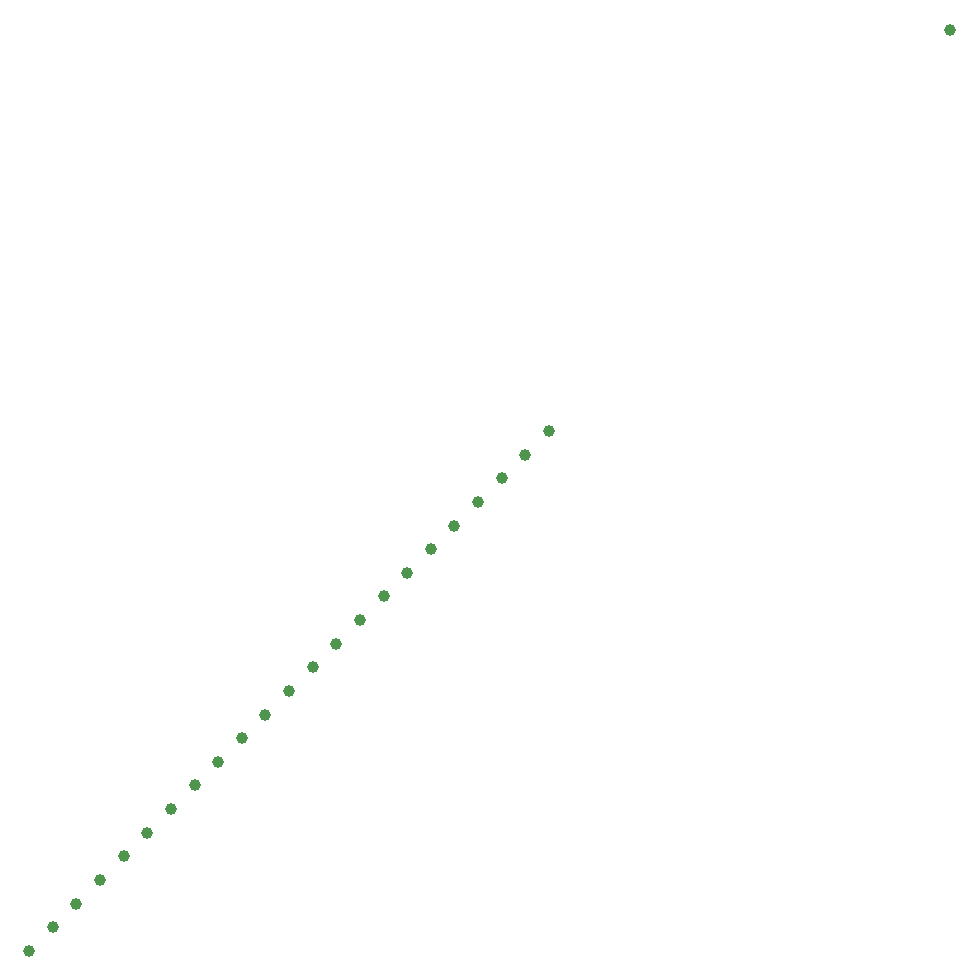
<source format=gbr>
G04 Examples for testing time performance of Gerber parsers*
%FSLAX26Y26*%
%MOMM*%
%ADD10C,1*%
%LPD*%
D10*
X0Y0D03*
X78000000Y78000000D03*
X2000000Y2000000D03*
X4000000Y4000000D03*
X6000000Y6000000D03*
X8000000Y8000000D03*
X10000000Y10000000D03*
X12000000Y12000000D03*
X14000000Y14000000D03*
X16000000Y16000000D03*
X18000000Y18000000D03*
X20000000Y20000000D03*
X22000000Y22000000D03*
X24000000Y24000000D03*
X26000000Y26000000D03*
X28000000Y28000000D03*
X30000000Y30000000D03*
X32000000Y32000000D03*
X34000000Y34000000D03*
X36000000Y36000000D03*
X38000000Y38000000D03*
X40000000Y40000000D03*
X42000000Y42000000D03*
X44000000Y44000000D03*
M02*

</source>
